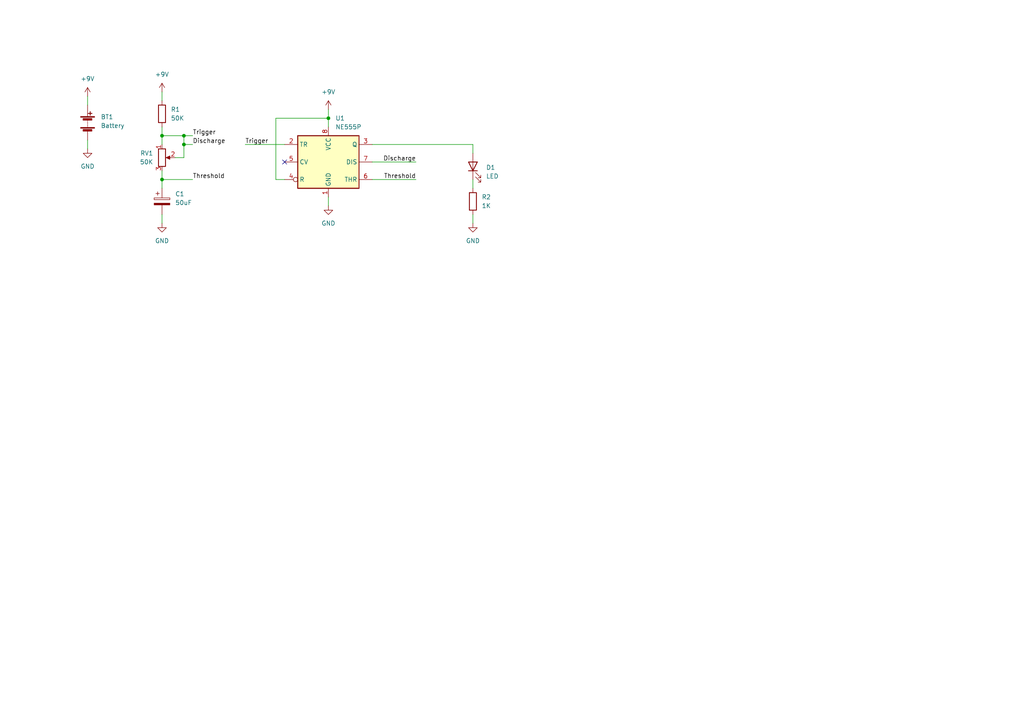
<source format=kicad_sch>
(kicad_sch (version 20211123) (generator eeschema)
  (paper "A4")
  (lib_symbols
    (symbol "Device:Battery" (pin_numbers hide) (pin_names (offset 0) hide)
      (property "Reference" "BT" (at 2.54 2.54 0))
      (property "Value" "Battery" (at 2.54 0 0))
      (symbol "Battery_0_1"
        (rectangle (start -2.032 -1.397) (end 2.032 -1.651) (fill (type outline)))
        (rectangle (start -2.032 1.778) (end 2.032 1.524) (fill (type outline)))
        (rectangle (start -1.3208 -1.9812) (end 1.27 -2.4892) (fill (type outline)))
        (rectangle (start -1.3208 1.1938) (end 1.27 0.6858) (fill (type outline)))
        (polyline (pts (xy 0 -1.524) (xy 0 -1.27)))
        (polyline (pts (xy 0 -1.016) (xy 0 -0.762)))
        (polyline (pts (xy 0 -0.508) (xy 0 -0.254)))
        (polyline (pts (xy 0 0) (xy 0 0.254)))
        (polyline (pts (xy 0 0.508) (xy 0 0.762)))
        (polyline (pts (xy 0 1.778) (xy 0 2.54)))
        (polyline (pts (xy 0.254 2.667) (xy 1.27 2.667)) (stroke (width 0.254)))
        (polyline (pts (xy 0.762 3.175) (xy 0.762 2.159)) (stroke (width 0.254)))
      )
      (symbol "Battery_1_1"
        (pin passive line (at 0 5.08 270) (length 2.54) (name "+") (number "1"))
        (pin passive line (at 0 -5.08 90) (length 2.54) (name "-") (number "2"))
      )
    )
    (symbol "Device:C_Polarized" (pin_numbers hide) (pin_names (offset 0.254))
      (property "Reference" "C" (at 0.635 2.54 0))
      (property "Value" "C_Polarized" (at 0.635 -2.54 0))
      (symbol "C_Polarized_0_1"
        (rectangle (start -2.286 0.508) (end 2.286 1.016))
        (polyline (pts (xy -1.778 2.286) (xy -0.762 2.286)))
        (polyline (pts (xy -1.27 2.794) (xy -1.27 1.778)))
        (rectangle (start 2.286 -0.508) (end -2.286 -1.016) (fill (type outline)))
      )
      (symbol "C_Polarized_1_1"
        (pin passive line (at 0 3.81 270) (length 2.794) (name "~") (number "1"))
        (pin passive line (at 0 -3.81 90) (length 2.794) (name "~") (number "2"))
      )
    )
    (symbol "Device:LED" (pin_numbers hide) (pin_names (offset 1.016) hide)
      (property "Reference" "D" (at 0 2.54 0))
      (property "Value" "LED" (at 0 -2.54 0))
      (symbol "LED_0_1"
        (polyline (pts (xy -1.27 -1.27) (xy -1.27 1.27)) (stroke (width 0.254)))
        (polyline (pts (xy -1.27 0) (xy 1.27 0)))
        (polyline (pts (xy 1.27 -1.27) (xy 1.27 1.27) (xy -1.27 0) (xy 1.27 -1.27)) (stroke (width 0.254)))
        (polyline (pts (xy -3.048 -0.762) (xy -4.572 -2.286) (xy -3.81 -2.286) (xy -4.572 -2.286) (xy -4.572 -1.524)))
        (polyline (pts (xy -1.778 -0.762) (xy -3.302 -2.286) (xy -2.54 -2.286) (xy -3.302 -2.286) (xy -3.302 -1.524)))
      )
      (symbol "LED_1_1"
        (pin passive line (at -3.81 0 0) (length 2.54) (name "K") (number "1"))
        (pin passive line (at 3.81 0 180) (length 2.54) (name "A") (number "2"))
      )
    )
    (symbol "Device:R" (pin_numbers hide) (pin_names (offset 0))
      (property "Reference" "R" (at 2.032 0 90))
      (property "Value" "R" (at 0 0 90))
      (symbol "R_0_1"
        (rectangle (start -1.016 -2.54) (end 1.016 2.54) (stroke (width 0.254)))
      )
      (symbol "R_1_1"
        (pin passive line (at 0 3.81 270) (length 1.27) (name "~") (number "1"))
        (pin passive line (at 0 -3.81 90) (length 1.27) (name "~") (number "2"))
      )
    )
    (symbol "Device:R_Potentiometer" (pin_names (offset 1.016) hide)
      (property "Reference" "RV" (at -4.445 0 90))
      (property "Value" "R_Potentiometer" (at -2.54 0 90))
      (symbol "R_Potentiometer_0_1"
        (polyline (pts (xy 2.54 0) (xy 1.524 0)))
        (polyline (pts (xy 1.143 0) (xy 2.286 0.508) (xy 2.286 -0.508) (xy 1.143 0)) (fill (type outline)))
        (rectangle (start 1.016 2.54) (end -1.016 -2.54) (stroke (width 0.254)))
      )
      (symbol "R_Potentiometer_1_1"
        (pin passive line (at 0 3.81 270) (length 1.27) (name "1") (number "1"))
        (pin passive line (at 3.81 0 180) (length 1.27) (name "2") (number "2"))
        (pin passive line (at 0 -3.81 90) (length 1.27) (name "3") (number "3"))
      )
    )
    (symbol "Timer:NE555P"
      (property "Reference" "U" (at -10.16 8.89 0))
      (property "Value" "NE555P" (at 2.54 8.89 0))
      (symbol "NE555P_0_0"
        (pin power_in line (at 0 -10.16 90) (length 2.54) (name "GND") (number "1"))
        (pin power_in line (at 0 10.16 270) (length 2.54) (name "VCC") (number "8"))
      )
      (symbol "NE555P_0_1"
        (rectangle (start -8.89 -7.62) (end 8.89 7.62) (stroke (width 0.254)) (fill (type background)))
        (rectangle (start -8.89 -7.62) (end 8.89 7.62) (stroke (width 0.254)) (fill (type background)))
      )
      (symbol "NE555P_1_1"
        (pin input line (at -12.7 5.08 0) (length 3.81) (name "TR") (number "2"))
        (pin output line (at 12.7 5.08 180) (length 3.81) (name "Q") (number "3"))
        (pin input inverted (at -12.7 -5.08 0) (length 3.81) (name "R") (number "4"))
        (pin input line (at -12.7 0 0) (length 3.81) (name "CV") (number "5"))
        (pin input line (at 12.7 -5.08 180) (length 3.81) (name "THR") (number "6"))
        (pin input line (at 12.7 0 180) (length 3.81) (name "DIS") (number "7"))
      )
    )
    (symbol "power:+9V" (power) (pin_names (offset 0))
      (property "Value" "+9V" (at 0 3.556 0))
      (symbol "+9V_0_1"
        (polyline (pts (xy -0.762 1.27) (xy 0 2.54)))
        (polyline (pts (xy 0 0) (xy 0 2.54)))
        (polyline (pts (xy 0 2.54) (xy 0.762 1.27)))
      )
      (symbol "+9V_1_1"
        (pin power_in line (at 0 0 90) (length 0) hide (name "+9V") (number "1"))
      )
    )
    (symbol "power:GND" (power) (pin_names (offset 0))
      (property "Value" "GND" (at 0 -3.81 0))
      (symbol "GND_0_1"
        (polyline (pts (xy 0 0) (xy 0 -1.27) (xy 1.27 -1.27) (xy 0 -2.54) (xy -1.27 -1.27) (xy 0 -1.27)))
      )
      (symbol "GND_1_1"
        (pin power_in line (at 0 0 270) (length 0) hide (name "GND") (number "1"))
      )
    )
  )
  (junction (at 46.99 39.37))
  (junction (at 46.99 52.07))
  (junction (at 53.34 41.91))
  (junction (at 95.25 34.29))
  (junction (at 53.34 39.37))
  (no_connect (at 82.55 46.99))
  (wire (pts (xy 71.12 41.91) (xy 82.55 41.91)))
  (wire (pts (xy 95.25 31.75) (xy 95.25 34.29)))
  (wire (pts (xy 80.01 34.29) (xy 95.25 34.29)))
  (wire (pts (xy 53.34 39.37) (xy 46.99 39.37)))
  (wire (pts (xy 53.34 45.72) (xy 53.34 41.91)))
  (wire (pts (xy 53.34 41.91) (xy 55.88 41.91)))
  (wire (pts (xy 137.16 52.07) (xy 137.16 54.61)))
  (wire (pts (xy 25.4 27.94) (xy 25.4 30.48)))
  (wire (pts (xy 107.95 46.99) (xy 120.65 46.99)))
  (wire (pts (xy 80.01 52.07) (xy 82.55 52.07)))
  (wire (pts (xy 46.99 26.67) (xy 46.99 29.21)))
  (wire (pts (xy 46.99 36.83) (xy 46.99 39.37)))
  (wire (pts (xy 137.16 62.23) (xy 137.16 64.77)))
  (wire (pts (xy 107.95 52.07) (xy 120.65 52.07)))
  (wire (pts (xy 46.99 52.07) (xy 55.88 52.07)))
  (wire (pts (xy 53.34 41.91) (xy 53.34 39.37)))
  (wire (pts (xy 53.34 39.37) (xy 55.88 39.37)))
  (wire (pts (xy 25.4 40.64) (xy 25.4 43.18)))
  (wire (pts (xy 46.99 52.07) (xy 46.99 54.61)))
  (wire (pts (xy 137.16 41.91) (xy 137.16 44.45)))
  (wire (pts (xy 46.99 62.23) (xy 46.99 64.77)))
  (wire (pts (xy 46.99 39.37) (xy 46.99 41.91)))
  (wire (pts (xy 95.25 34.29) (xy 95.25 36.83)))
  (wire (pts (xy 80.01 34.29) (xy 80.01 52.07)))
  (wire (pts (xy 46.99 49.53) (xy 46.99 52.07)))
  (wire (pts (xy 95.25 57.15) (xy 95.25 59.69)))
  (wire (pts (xy 53.34 45.72) (xy 50.8 45.72)))
  (wire (pts (xy 107.95 41.91) (xy 137.16 41.91)))
  (label "Threshold" (at 55.88 52.07 0))
  (label "Discharge" (at 120.65 46.99 180))
  (label "Discharge" (at 55.88 41.91 0))
  (label "Trigger" (at 55.88 39.37 0))
  (label "Threshold" (at 120.65 52.07 180))
  (label "Trigger" (at 71.12 41.91 0))
  (symbol (lib_id "Device:Battery") (at 25.4 35.56 0) (unit 1)
    (property "Reference" "BT1" (at 29.21 33.9089 0) (effects (justify left)))
    (property "Value" "Battery" (at 29.21 36.4489 0) (effects (justify left)))
    (property "Footprint" "Connector_PinHeader_2.54mm:PinHeader_1x02_P2.54mm_Vertical" (effects hide))
  )
  (symbol (lib_id "power:GND") (at 137.16 64.77 0) (unit 1)
    (property "Reference" "#PWR07" (effects hide))
    (property "Value" "GND" (at 137.16 69.85 0))
  )
  (symbol (lib_id "Device:R") (at 46.99 33.02 0) (unit 1)
    (property "Reference" "R1" (at 49.53 31.7499 0) (effects (justify left)))
    (property "Value" "50K" (at 49.53 34.2899 0) (effects (justify left)))
    (property "Footprint" "Resistor_THT:R_Axial_DIN0207_L6.3mm_D2.5mm_P7.62mm_Horizontal" (effects hide))
  )
  (symbol (lib_id "Device:C_Polarized") (at 46.99 58.42 0) (unit 1)
    (property "Reference" "C1" (at 50.8 56.2609 0) (effects (justify left)))
    (property "Value" "50uF" (at 50.8 58.8009 0) (effects (justify left)))
    (property "Footprint" "Capacitor_THT:CP_Radial_D5.0mm_P2.00mm" (effects hide))
  )
  (symbol (lib_id "power:+9V") (at 46.99 26.67 0) (unit 1)
    (property "Reference" "#PWR03" (effects hide))
    (property "Value" "+9V" (at 46.99 21.59 0))
  )
  (symbol (lib_id "Timer:NE555P") (at 95.25 46.99 0) (unit 1)
    (property "Reference" "U1" (at 97.2694 34.29 0) (effects (justify left)))
    (property "Value" "NE555P" (at 97.2694 36.83 0) (effects (justify left)))
    (property "Footprint" "timer_footprints:DIP-8_W7.62mm_InvertedDualRow" (effects hide))
    (property "Datasheet" "http://www.ti.com/lit/ds/symlink/ne555.pdf" (effects hide))
  )
  (symbol (lib_id "power:GND") (at 95.25 59.69 0) (unit 1)
    (property "Reference" "#PWR06" (effects hide))
    (property "Value" "GND" (at 95.25 64.77 0))
  )
  (symbol (lib_id "Device:R_Potentiometer") (at 46.99 45.72 0) (unit 1)
    (property "Reference" "RV1" (at 44.45 44.4499 0) (effects (justify right)))
    (property "Value" "50K" (at 44.45 46.9899 0) (effects (justify right)))
    (property "Footprint" "Potentiometer_THT:Potentiometer_Piher_PT-15-V02_Vertical" (effects hide))
  )
  (symbol (lib_id "Device:R") (at 137.16 58.42 0) (unit 1)
    (property "Reference" "R2" (at 139.7 57.1499 0) (effects (justify left)))
    (property "Value" "1K" (at 139.7 59.6899 0) (effects (justify left)))
    (property "Footprint" "Resistor_THT:R_Axial_DIN0207_L6.3mm_D2.5mm_P7.62mm_Horizontal" (effects hide))
  )
  (symbol (lib_id "power:GND") (at 25.4 43.18 0) (unit 1)
    (property "Reference" "#PWR02" (effects hide))
    (property "Value" "GND" (at 25.4 48.26 0))
  )
  (symbol (lib_id "power:GND") (at 46.99 64.77 0) (unit 1)
    (property "Reference" "#PWR04" (effects hide))
    (property "Value" "GND" (at 46.99 69.85 0))
  )
  (symbol (lib_id "Device:LED") (at 137.16 48.26 90) (unit 1)
    (property "Reference" "D1" (at 140.97 48.5774 90) (effects (justify right)))
    (property "Value" "LED" (at 140.97 51.1174 90) (effects (justify right)))
    (property "Footprint" "LED_THT:LED_D5.0mm" (effects hide))
  )
  (symbol (lib_id "power:+9V") (at 95.25 31.75 0) (unit 1)
    (property "Reference" "#PWR05" (effects hide))
    (property "Value" "+9V" (at 95.25 26.67 0))
  )
  (symbol (lib_id "power:+9V") (at 25.4 27.94 0) (unit 1)
    (property "Reference" "#PWR01" (effects hide))
    (property "Value" "+9V" (at 25.4 22.86 0))
  )
)
</source>
